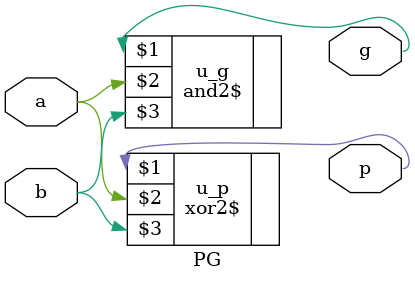
<source format=v>
module kogge_stone #(parameter WIDTH = 16) (a, b, cin, out, cout, vout); 

  localparam STAGES = $clog2(WIDTH);

  input [WIDTH-1:0] a;
  input [WIDTH-1:0] b;
  input cin;
  output [WIDTH-1:0] out;
  output cout;
  output vout;

  wire [WIDTH-1:0] g[STAGES:0];  
  wire [WIDTH-1:0] p[STAGES:0];  

  //Generating p,g's
  assign p[0][0]=0;
  assign g[0][0]=cin;

  genvar i;
  generate begin : loop_pg 
  for (i=0; i<WIDTH-1; i=i+1) begin : PG_gen
       PG u_pg (a[i], b[i], p[0][i+1], g[0][i+1]);
  end
  end
  endgenerate

  genvar j,k,m; 
  generate begin : stage
  for (i=0; i<STAGES; i=i+1) begin : row_gen

    //greys
    for(j=0; j< 2**i; j=j+1) begin : l1
      grey u_greys (g[i][0+j], g[i][(2**i)+j], p[i][(2**i)+j], g[i+1][(2**i)+j]);
    end

    //blacks
    for(k=0;k< (WIDTH-(2**(i+1)));k=k+1) begin :l2
      black u_blks (g[i][(2**i)+k], g[i][(2**(i+1))+k], p[i][(2**i)+k], p[i][(2**(i+1))+k], g[i+1][(2**(i+1))+k], p[i+1][(2**(i+1))+k]);
    end

    //buffers
    for(m=0; m<2**i ;m=m+1) begin :l3
      buffer$ u_bg (g[i+1][m], g[i][m]);
      buffer$ u_bp (p[i+1][m], p[i][m]);
    end
  end
  end
  endgenerate

  wire [WIDTH-1:0] cou;
  generate begin : sum
  for (i=0; i< WIDTH; i=i+1) begin : FA_gen
    FA u_fa (a[i],b[i],g[STAGES][i],out[i], cou[i]);
  end
  end
  endgenerate
  
  assign cout = cou[WIDTH-1];

endmodule

module black (
input g0, 
input g1,
input p0, 
input p1,
output g,
output p
);

//g = g1 + g0.p1

wire g0p1_bar, g1_bar;

inv1$  inv1(g1_bar, g1);
nand2$ nand1(g0p1_bar, g0, p1);
nand2$ nand2(g, g1_bar, g0p1_bar);

//p = p0p1
and2$ and1(p, p0, p1);

endmodule

module grey (
input g0, 
input g1,
input p1,
output g
);

//g = g1 + g0.p1

wire g0p1_bar, g1_bar;

inv1$ inv1(g1_bar, g1);
nand2$ nand1(g0p1_bar, g0, p1);
nand2$ nand2(g, g1_bar, g0p1_bar);

endmodule

module PG(
  input a,
  input b,
  output p,
  output g
);
  xor2$ u_p (p, a, b);
  and2$ u_g (g, a, b);

endmodule


</source>
